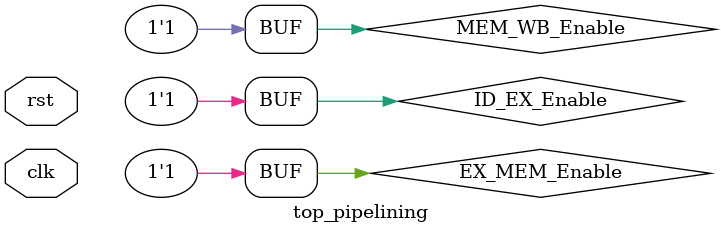
<source format=sv>
`timescale 1ns / 1ps


module top_pipelining(
        input logic clk,
        input logic rst
    );
    
    
     //IF_ID register module and wires
        logic [31:0] instr_reg, pc_reg,pc_plus4_reg;
//        logic IF_ID_Enable;
//        assign IF_ID_Enable = '1;
        
    //EX_MEM register module and wires
        logic EX_MEM_Enable;
        logic [31:0] pc_offset_reg2,rs1_reg2,alu_OUT_reg2,pc_plus4_reg1;
        logic PCsrcE, PCsrcE_reg2;
        logic Branch_reg2,zero_reg2,MemRead_reg2,Regwrit_reg2,MemToReg_reg2,MemWrite_reg2,AUI_pc_reg_2,jump_reg2,jalr_reg2,regWrite_reg2;
        logic [1:0] L_type_reg2,S_type_reg2;
        assign EX_MEM_Enable = '1;
        
      //ID_EX register module and wires
          logic ID_EX_Enable;
          logic [31:0]rs0_reg1,rs1_reg1,im_mux_reg1,pc_reg1,instr_reg1;
          logic MemRead_reg1,MemWrite_reg1,Regwrit_reg1,MemToReg_reg1,jump_reg1,jalr_reg1,Branch_reg1,AUI_pc_reg1,alusrc_reg1,regWrite_reg1;
          logic [4:0]ALUop_reg1;
          logic [1:0]L_type_reg1,S_type_reg1;
          assign ID_EX_Enable = '1;
        //Rd register
        logic [4:0]Rd_D,Rd_E, Rd_M, Rd_W; 
       //MEM_WB register module and wires
          logic MEM_WB_Enable;
          logic [31:0] read_data_reg3, alu_OUT_reg3;
          logic MemToReg_reg3,jump_reg3,jalr_reg3, pc_offset_reg3,AUI_pc_reg3,regWrite_reg3, Branch_reg3,zero_reg3;
          assign MEM_WB_Enable = '1;

    
    
    logic [31:0]pc, pc_next, pc_plus4, pc_offset,Instruction;
    
    // imidiate to mux output
    logic [31:0]Im_mux;
        
    // PC increment logic
    assign pc_plus4  = pc + 32'd4;

    //control instructions
    logic [4:0] ALUop;
    logic [1:0] S_type, L_type; // load store types
    logic MemWrite, MemRead,AUI_pc, MemToReg,Branch, jump, jalr, alusrc, regWrite;// control flags

    //source registers values
    logic [31:0]rs0;// for source registers
    logic [31:0]rs1;
    logic [31:0]write_data;
    logic [31:0]alu_OUT;
    // ALU flags 
    logic zero,overflow, neg,carry;

    //MUX output 
    logic [31:0]ALu_input2;

    // alu control signal form alucontrol
    logic [4:0]Alucont;

    // data memory output
    logic [31:0]read_data;
    logic [31:0] WB_state_mux_out, mux_wd2_out, mux_wd3_out;

    // program counter
    PC p1(
        .clk(clk),
        .reset(rst),
        .pc_next(pc_next),
        .pc(pc)
    );

    //instruction memory
    Instruction_memory Im1(
        .counter(pc),
        .instruction(Instruction)
        );
        


    
//    IF_ID #(.WIDTH(32)) IF_ID_reg (
//        .clk(clk),
//        .rst(rst),
//        .IF_ID_Enable (IF_ID_Enable),
//        .pc_in (pc),
//        .instr_in(Instruction),
//        .pc_out(pc_reg),
//        .instr_out (instr_reg)
//         );
    IF_ID #(.WIDTH(32)) IF_ID_reg (  
            .clk(clk),
            .rst(rst),
            //.flush(flush_D),
           // .IF_ID_Enable (stall_D),
            .pc_in (pc),
            .instr_in(Instruction), // instrucion
            .pc_plusF(pc_plus4), // pc +4
            .pc_out(pc_reg),
            .instr_out (instr_reg),
            .pc_plus4_reg(pc_plus4_reg)
             );



    //register
    Register_file #(.IS_DEPTH(5), .REGF_DEPTH(32),.REGF_WIDTH(32),.Opcode (7)) r11(
        .clk(clk),
        .rst(rst),
        .regWrite(regWrite_reg3),
        .rs1(instr_reg[19:15]), 
        .rs2(instr_reg[24:20]),
        .rd(Rd_W),
        .data_wr(WB_state_mux_out),
        .s1(rs0),
        .s2(rs1)
        );
        
        // control module instantiation 
        Control c1(
        .opcode(instr_reg[6:0]),
        .func3(instr_reg[14:12]),
        .MemRead(MemRead),
        .MemWrite(MemWrite),
        .Regwrit(regWrite),
        .MemToReg(MemToReg),
        .alusrc(alusrc),
        .ALUop(ALUop),
        .AUI_pc(AUI_pc),
        .L_type(L_type),
        .S_type(S_type),
        .jump(jump),
        .jalr(jalr),
        .Branch(Branch)
            );  



        // immidiate generator  
        Imgen im1(
        .inst(instr_reg),
        .imm(Im_mux)
        );
        


    ID_EX ID_EX_reg(
    .clk(clk), 
    .rst(rst),
    .enable (ID_EX_Enable),
    .rs0(rs0),
    .rs1(rs1),
    .Im_mux(Im_mux),
    .regWrite(regWrite),
    .pc(pc_reg),
    .pc_plus4_reg(pc_plus4_reg),
    .Rd_D(instr_reg[11:7]),
    .instr_reg(instr_reg),
    .MemRead(MemRead),
    .MemWrite(MemWrite),
    .MemToReg(MemToReg),
    .alusrc(alusrc),
    .ALUop(ALUop),
    .AUI_pc(AUI_pc),
    .L_type(L_type),
    .S_type(S_type),
    .jump(jump),
    .jalr(jalr),
    .Branch(Branch),
    
    .rs0_reg1(rs0_reg1),
    .rs1_reg1(rs1_reg1),
    .regWrite_reg1(regWrite_reg1),
    .im_mux_reg1(im_mux_reg1),
    .pc_reg1(pc_reg1),
    .pc_plus4_reg1(pc_plus4_reg1),
    .instr_reg1(instr_reg1),
    .Rd_E(Rd_E),
    .MemRead_reg1(MemRead_reg1),
    .MemWrite_reg1(MemWrite_reg1),
    .MemToReg_reg1(MemToReg_reg1),
    .alusrc_reg1(alusrc_reg1),
    .ALUop_reg1(ALUop_reg1),
    .AUI_pc_reg1(AUI_pc_reg1),
    .L_type_reg1(L_type_reg1),
    .S_type_reg1(S_type_reg1),
    .jump_reg1(jump_reg1),
    .jalr_reg1(jalr_reg1),
    .Branch_reg1(Branch_reg1)
    );
    
    //      //MUx
           Mux #(32) m11(
             .a(rs1_reg1),
             .b(im_mux_reg1 ),
             .sel(alusrc_reg1),
             .out(ALu_input2)
             );
       // assign ALu_input2 = (alusrc_reg1)?im_mux_reg1: rs1_reg1;
        //Alu control
        ALU_control a1(
            .inst(instr_reg1),
            .Alu_ctrl(Alucont)
            );

        // ALU
        ALU #(.REGF_WIDTH(32), .OP_code(5)) alu1(
        .op_code(Alucont),
        .source1(rs0_reg1),
        .zero(zero),
        .overflow(overflow),
        .neg(neg),
        .carry(carry),
        .source2(ALu_input2),
        .out_put(alu_OUT)
            );
            
        
        assign pc_offset = pc_reg1 + im_mux_reg1;
//        assign PCsrcE = (jump_reg1 | jalr_reg1 | Branch_reg1) ? (Branch_reg1 & zero);      
        always_comb begin
            PCsrcE = 1'b0;
            if(jump_reg1)  
                PCsrcE = 1'b1;
            else if(jalr_reg1)
                PCsrcE = 1'b1;
            else if(Branch_reg1)  
                if(zero)
                    PCsrcE = 1'b1;
            else
                PCsrcE = 1'b0;
        end

    
    EX_MEM EX_MEM_reg(
    .clk(clk),
    .rst(rst),
    .Enable(EX_MEM_Enable),
    .pc_offset(pc_offset),
    .rs1_reg1(rs1_reg1),
    .alu_OUT(alu_OUT),
    .Branch_reg1(Branch_reg1),
    .L_type_reg1(L_type_reg1),
    .S_type_reg1(S_type_reg1),
    .regWrite_reg1(regWrite_reg1),
    .MemRead_reg1(MemRead_reg1),
    .MemWrite_reg1(MemWrite_reg1),
    .MemToReg_reg1(MemToReg_reg1),
    .AUI_pc_reg1(AUI_pc_reg1),
    .jump_reg1(jump_reg1),
    .jalr_reg1(jalr_reg1),
    .PCsrcE(PCsrcE),
    .Rd_E(Rd_E),
    .zero(zero),

    .pc_offset_reg2(pc_offset_reg2),
    .rs1_reg2(rs1_reg2),
    .alu_OUT_reg2(alu_OUT_reg2),
    .Branch_reg2(Branch_reg2),
    .zero_reg2(zero_reg2),
    .MemRead_reg2(MemRead_reg2),
    .regWrite_reg2(regWrite_reg2),
    .MemWrite_reg2(MemWrite_reg2),
    .MemToReg_reg2(MemToReg_reg2),
    .AUI_pc_reg2(AUI_pc_reg_2),
    .L_type_reg2(L_type_reg2),
    .S_type_reg2(S_type_reg2),
    .PCsrcE_reg2(PCsrcE_reg2),
    .jump_reg2(jump_reg2),
    .Rd_M(Rd_M),
    .jalr_reg2(jalr_reg2)
    );
        // Data memory
        
        data_memory d1(
            .clk(clk),
            .address(alu_OUT_reg2),
            .write_data(rs1_reg2),
            .MemRead(MemRead_reg2),
            .MemWrite(MemWrite_reg2),
            .l_type(L_type_reg2),
            .s_type(S_type_reg2),
            .read_data(read_data)
                );

  MEM_WB MEM_WB_reg (
    .clk(clk),
    .rst(rst),
    .Enable(MEM_WB_Enable),
    .read_data(read_data),
    .alu_OUT_reg2(alu_OUT_reg2),
    .MemToReg_reg2(MemToReg_reg2),
    .Rd_M(Rd_M),
    .jump_reg2(jump_reg2),
    .jalr_reg2(jalr_reg2),
    .AUI_pc_reg2(AUI_pc_reg_2),
    .regWrite_reg2(regWrite_reg2),
    .pc_offset_reg2(pc_offset_reg2),
    .Branch_reg2(Branch_reg2),
    .zero_reg2(zero_reg2),
    
    .read_data_reg3(read_data_reg3),
    .Rd_W(Rd_W),
    .alu_OUT_reg3(alu_OUT_reg3),
    .MemToReg_reg3(MemToReg_reg3),
    .regWrite_reg3(regWrite_reg3),
    .jump_reg3(jump_reg3),
    .jalr_reg3(jalr_reg3),
    .pc_offset_reg3(pc_offset_reg3),
    .AUI_pc_reg3(AUI_pc_reg3),
    .Branch_reg3(Branch_reg3),
    .zero_reg3(zero_reg3)
    );


    
   //  First mux
    Mux #(32) WB_state_mux (
        .a(alu_OUT_reg3),   // select read_data if MemToReg=1
        .b(read_data_reg3),     // else alu_OUT
        .sel(MemToReg_reg3),
        .out(WB_state_mux_out)
    );
     
     
    // Second mux
    Mux #(32) input_to_pc (
        .a(pc_plus4),   // 
        .b(pc_offset_reg2),      // 
        .sel(PCsrcE_reg2),
        .out(pc_next)
    );
    
//    // Third mux: result of second vs pc_plus4
//    Mux #(32) mux_wd3 (
//        .a(pc_plus4),         // select pc+4 if jump=1
//        .b(mux_wd2_out),      // else pass through
//        .sel(jump_reg3),
//        .out(write_data)
//    );
//logic [31:0] mux_pc1_out, mux_pc2_out;
    
//    // First mux: pc_plus4 vs pc_offset_reg2
//    Mux #(32) mux_pc1 (
//        .a(pc_offset_reg3),               // branch taken ? pc_offset
//        .b(pc_plus4),                      // else pc+4
//        .sel(Branch_reg3 && zero_reg3),
//        .out(mux_pc1_out)
//    );
    
//    // Second mux: result of first vs pc_offset_reg2 (for JAL)
//    Mux #(32) mux_pc2 (
//        .a(pc_offset_reg3),                // if JAL ? pc_offset
//        .b(mux_pc1_out),
//        .sel(jump_reg3 && !jalr_reg3),     // only plain jump (not jalr)
//        .out(mux_pc2_out)
//    );
    
//    // Third mux: result of second vs alu_OUT_reg2 (for JALR)
//    Mux #(32) mux_pc3 (
//        .a(alu_OUT_reg3),                  // if JALR ? alu_OUT
//        .b(mux_pc2_out),
//        .sel(jump_reg3 && jalr_reg3),
//        .out(pc_next)
//    );

endmodule

</source>
